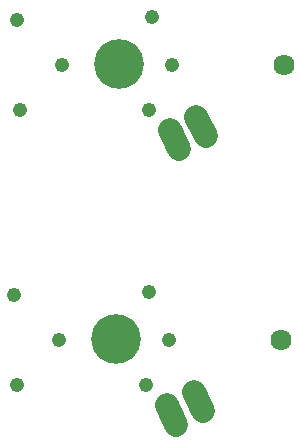
<source format=gbs>
G75*
G70*
%OFA0B0*%
%FSLAX24Y24*%
%IPPOS*%
%LPD*%
%AMOC8*
5,1,8,0,0,1.08239X$1,22.5*
%
%ADD10C,0.1655*%
%ADD11C,0.0705*%
%ADD12C,0.0789*%
%ADD13C,0.0476*%
D10*
X007758Y005517D03*
X007837Y014690D03*
D11*
X013337Y014653D03*
X013259Y005480D03*
D12*
X010352Y003755D02*
X010663Y003118D01*
X009764Y002679D02*
X009453Y003316D01*
X009843Y011853D02*
X009532Y012490D01*
X010431Y012928D02*
X010741Y012291D01*
D13*
X004459Y003980D03*
X005859Y005480D03*
X004359Y006980D03*
X008759Y003980D03*
X009527Y005480D03*
X008859Y007080D03*
X008837Y013153D03*
X009606Y014653D03*
X008937Y016253D03*
X005937Y014653D03*
X004437Y016153D03*
X004537Y013153D03*
M02*

</source>
